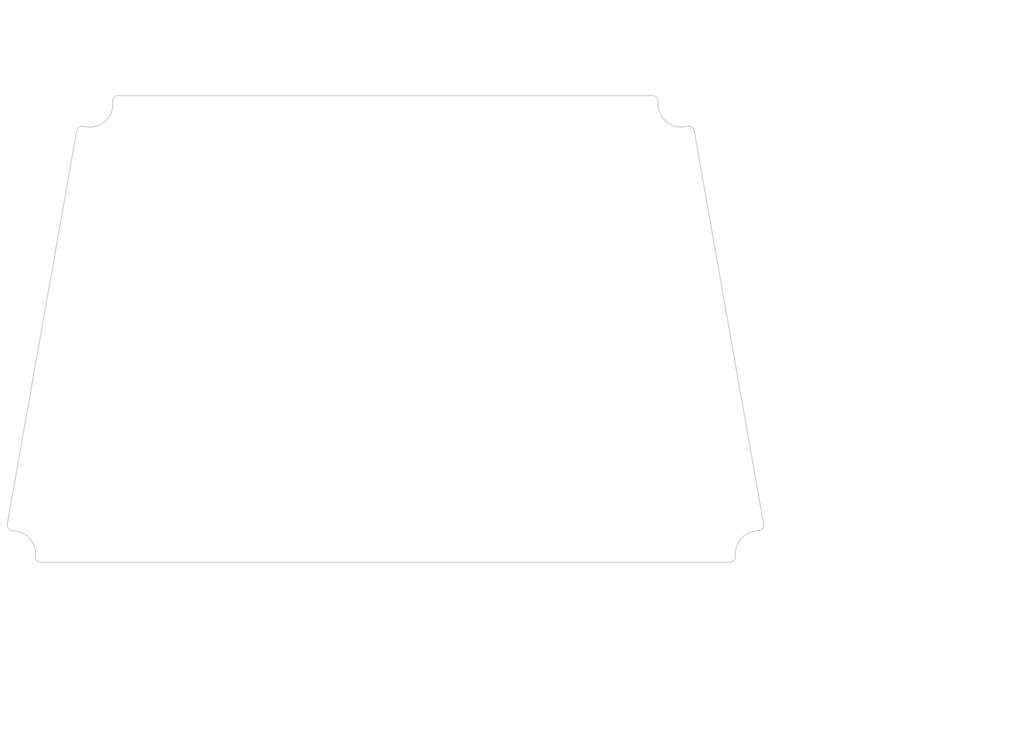
<source format=kicad_pcb>
(kicad_pcb (version 20171130) (host pcbnew "(5.1.0)-1")

  (general
    (thickness 1.6)
    (drawings 69)
    (tracks 0)
    (zones 0)
    (modules 0)
    (nets 1)
  )

  (page A3)
  (layers
    (0 F.Cu signal)
    (31 B.Cu signal)
    (32 B.Adhes user)
    (33 F.Adhes user)
    (34 B.Paste user)
    (35 F.Paste user)
    (36 B.SilkS user)
    (37 F.SilkS user)
    (38 B.Mask user)
    (39 F.Mask user)
    (40 Dwgs.User user)
    (41 Cmts.User user)
    (42 Eco1.User user)
    (43 Eco2.User user)
    (44 Edge.Cuts user)
    (45 Margin user)
    (46 B.CrtYd user)
    (47 F.CrtYd user)
    (48 B.Fab user)
    (49 F.Fab user)
  )

  (setup
    (last_trace_width 0.25)
    (trace_clearance 0.2)
    (zone_clearance 0.508)
    (zone_45_only no)
    (trace_min 0.2)
    (via_size 0.8)
    (via_drill 0.4)
    (via_min_size 0.4)
    (via_min_drill 0.3)
    (uvia_size 0.3)
    (uvia_drill 0.1)
    (uvias_allowed no)
    (uvia_min_size 0.2)
    (uvia_min_drill 0.1)
    (edge_width 0.05)
    (segment_width 0.2)
    (pcb_text_width 0.3)
    (pcb_text_size 1.5 1.5)
    (mod_edge_width 0.12)
    (mod_text_size 1 1)
    (mod_text_width 0.15)
    (pad_size 1.524 1.524)
    (pad_drill 0.762)
    (pad_to_mask_clearance 0.051)
    (solder_mask_min_width 0.25)
    (aux_axis_origin 0 0)
    (visible_elements FFFFFF7F)
    (pcbplotparams
      (layerselection 0x010fc_ffffffff)
      (usegerberextensions false)
      (usegerberattributes false)
      (usegerberadvancedattributes false)
      (creategerberjobfile false)
      (excludeedgelayer true)
      (linewidth 0.152400)
      (plotframeref false)
      (viasonmask false)
      (mode 1)
      (useauxorigin false)
      (hpglpennumber 1)
      (hpglpenspeed 20)
      (hpglpendiameter 15.000000)
      (psnegative false)
      (psa4output false)
      (plotreference true)
      (plotvalue true)
      (plotinvisibletext false)
      (padsonsilk false)
      (subtractmaskfromsilk false)
      (outputformat 1)
      (mirror false)
      (drillshape 1)
      (scaleselection 1)
      (outputdirectory ""))
  )

  (net 0 "")

  (net_class Default "This is the default net class."
    (clearance 0.2)
    (trace_width 0.25)
    (via_dia 0.8)
    (via_drill 0.4)
    (uvia_dia 0.3)
    (uvia_drill 0.1)
  )

  (gr_arc (start 131.131883 97.781698) (end 130.376302 102.066807) (angle -100) (layer Edge.Cuts) (width 0.2))
  (gr_line (start 135.483096 97.178597) (end 135.483096 97.781698) (layer Edge.Cuts) (width 0.2))
  (gr_line (start 237.540669 96.178597) (end 136.483096 96.178597) (layer Edge.Cuts) (width 0.2))
  (gr_line (start 238.540669 97.781698) (end 238.540669 97.178597) (layer Edge.Cuts) (width 0.2))
  (gr_arc (start 242.891883 97.781698) (end 238.540669 97.781698) (angle -100) (layer Edge.Cuts) (width 0.2))
  (gr_line (start 244.2048 101.968533) (end 243.647463 102.066807) (layer Edge.Cuts) (width 0.2))
  (gr_line (start 258.496441 177.261684) (end 245.363256 102.779693) (layer Edge.Cuts) (width 0.2))
  (gr_line (start 256.741302 178.586589) (end 257.685281 178.42014) (layer Edge.Cuts) (width 0.2))
  (gr_arc (start 257.496883 182.871698) (end 256.741302 178.586589) (angle -80) (layer Edge.Cuts) (width 0.2))
  (gr_line (start 253.145669 183.474798) (end 253.145669 182.871698) (layer Edge.Cuts) (width 0.2))
  (gr_line (start 121.878096 184.474798) (end 252.145669 184.474798) (layer Edge.Cuts) (width 0.2))
  (gr_line (start 120.878096 182.871698) (end 120.878096 183.474798) (layer Edge.Cuts) (width 0.2))
  (gr_arc (start 116.526883 182.871698) (end 120.878096 182.871698) (angle -80) (layer Edge.Cuts) (width 0.2))
  (gr_line (start 116.338484 178.42014) (end 117.282463 178.586589) (layer Edge.Cuts) (width 0.2))
  (gr_line (start 128.660509 102.779693) (end 115.527324 177.261684) (layer Edge.Cuts) (width 0.2))
  (gr_line (start 130.376302 102.066807) (end 129.818965 101.968533) (layer Edge.Cuts) (width 0.2))
  (gr_arc (start 136.483096 97.178597) (end 136.483096 96.178597) (angle -90) (layer Edge.Cuts) (width 0.2))
  (gr_arc (start 237.540669 97.178597) (end 238.540669 97.178597) (angle -90) (layer Edge.Cuts) (width 0.2))
  (gr_arc (start 244.378448 102.953341) (end 245.363256 102.779693) (angle -90) (layer Edge.Cuts) (width 0.2))
  (gr_arc (start 257.511633 177.435332) (end 257.685281 178.42014) (angle -90) (layer Edge.Cuts) (width 0.2))
  (gr_arc (start 252.145669 183.474798) (end 252.145669 184.474798) (angle -90) (layer Edge.Cuts) (width 0.2))
  (gr_arc (start 121.878096 183.474798) (end 120.878096 183.474798) (angle -90) (layer Edge.Cuts) (width 0.2))
  (gr_arc (start 116.512132 177.435332) (end 115.527324 177.261684) (angle -90) (layer Edge.Cuts) (width 0.2))
  (gr_arc (start 129.645317 102.953341) (end 129.818965 101.968533) (angle -90) (layer Edge.Cuts) (width 0.2))
  (gr_line (start 121.920268 141.005496) (end 114.255458 184.474798) (layer Dwgs.User) (width 0.2))
  (gr_line (start 186.011883 184.474798) (end 114.255458 184.474798) (layer Dwgs.User) (width 0.2))
  (gr_text [R0.04] (at 269.253486 193.325231) (layer Dwgs.User)
    (effects (font (size 1.7 1.53) (thickness 0.2125)))
  )
  (gr_text " R1.00" (at 269.253486 189.767795) (layer Dwgs.User)
    (effects (font (size 1.7 1.53) (thickness 0.2125)))
  )
  (gr_line (start 262.782715 191.435769) (end 254.54749 185.272368) (layer Dwgs.User) (width 0.2))
  (gr_line (start 264.782715 191.435769) (end 262.782715 191.435769) (layer Dwgs.User) (width 0.2))
  (gr_text 80.0\U+00B0 (at 134.736752 168.640512) (layer Dwgs.User)
    (effects (font (size 1.7 1.53) (thickness 0.2125)))
  )
  (gr_arc (start 114.255458 184.474798) (end 133.331068 166.972538) (angle -33.03551394) (layer Dwgs.User) (width 0.2))
  (gr_arc (start 114.255458 184.474798) (end 140.066579 182.476291) (angle -28.74816902) (layer Dwgs.User) (width 0.2))
  (gr_line (start 121.920268 141.005496) (end 118.199594 162.106489) (layer Dwgs.User) (width 0.2))
  (gr_line (start 186.011883 184.474798) (end 136.968834 184.474798) (layer Dwgs.User) (width 0.2))
  (gr_text [R0.17] (at 238.226283 176.544506) (layer Dwgs.User)
    (effects (font (size 1.7 1.53) (thickness 0.2125)))
  )
  (gr_text " R4.35" (at 238.226283 172.986491) (layer Dwgs.User)
    (effects (font (size 1.7 1.53) (thickness 0.2125)))
  )
  (gr_line (start 244.697054 174.655045) (end 252.152136 179.44072) (layer Dwgs.User) (width 0.2))
  (gr_line (start 242.697054 174.655045) (end 244.697054 174.655045) (layer Dwgs.User) (width 0.2))
  (gr_text [4.58] (at 223.7709 83.267282) (layer Dwgs.User)
    (effects (font (size 1.7 1.53) (thickness 0.2125)))
  )
  (gr_text " 116.36" (at 223.7709 79.709267) (layer Dwgs.User)
    (effects (font (size 1.7 1.53) (thickness 0.2125)))
  )
  (gr_line (start 130.834157 81.377821) (end 219.063567 81.377821) (layer Dwgs.User) (width 0.2))
  (gr_line (start 243.189608 81.377821) (end 228.478233 81.377821) (layer Dwgs.User) (width 0.2))
  (gr_line (start 128.834157 100.794885) (end 128.834157 78.202821) (layer Dwgs.User) (width 0.2))
  (gr_line (start 245.189608 100.794885) (end 245.189608 78.202821) (layer Dwgs.User) (width 0.2))
  (gr_text [5.64] (at 157.875779 214.612299) (layer Dwgs.User)
    (effects (font (size 1.7 1.53) (thickness 0.2125)))
  )
  (gr_text " 143.32" (at 157.875779 211.054284) (layer Dwgs.User)
    (effects (font (size 1.7 1.53) (thickness 0.2125)))
  )
  (gr_line (start 256.670089 212.722838) (end 162.574995 212.722838) (layer Dwgs.User) (width 0.2))
  (gr_line (start 117.353676 212.722838) (end 153.176563 212.722838) (layer Dwgs.User) (width 0.2))
  (gr_line (start 258.670089 179.246491) (end 258.670089 215.897838) (layer Dwgs.User) (width 0.2))
  (gr_line (start 115.353676 179.246491) (end 115.353676 215.897838) (layer Dwgs.User) (width 0.2))
  (gr_text [3.48] (at 303.690997 153.392164) (layer Dwgs.User)
    (effects (font (size 1.7 1.53) (thickness 0.2125)))
  )
  (gr_text " 88.30" (at 303.690997 149.834149) (layer Dwgs.User)
    (effects (font (size 1.7 1.53) (thickness 0.2125)))
  )
  (gr_line (start 303.690997 98.178597) (end 303.690997 147.944688) (layer Dwgs.User) (width 0.2))
  (gr_line (start 303.690997 182.474798) (end 303.690997 155.060718) (layer Dwgs.User) (width 0.2))
  (gr_line (start 239.540669 96.178597) (end 306.865997 96.178597) (layer Dwgs.User) (width 0.2))
  (gr_line (start 254.145669 184.474798) (end 306.865997 184.474798) (layer Dwgs.User) (width 0.2))
  (gr_text [5.21] (at 166.780525 197.69328) (layer Dwgs.User)
    (effects (font (size 1.7 1.53) (thickness 0.2125)))
  )
  (gr_text " 132.27" (at 166.780525 194.135265) (layer Dwgs.User)
    (effects (font (size 1.7 1.53) (thickness 0.2125)))
  )
  (gr_line (start 122.878096 195.803819) (end 162.072612 195.803819) (layer Dwgs.User) (width 0.2))
  (gr_line (start 251.145669 195.803819) (end 171.488438 195.803819) (layer Dwgs.User) (width 0.2))
  (gr_line (start 120.878096 185.474798) (end 120.878096 198.978819) (layer Dwgs.User) (width 0.2))
  (gr_line (start 253.145669 185.474798) (end 253.145669 198.978819) (layer Dwgs.User) (width 0.2))
  (gr_text [4.06] (at 157.96329 93.517052) (layer Dwgs.User)
    (effects (font (size 1.7 1.53) (thickness 0.2125)))
  )
  (gr_text " 103.06" (at 157.96329 89.959037) (layer Dwgs.User)
    (effects (font (size 1.7 1.53) (thickness 0.2125)))
  )
  (gr_line (start 236.540669 91.627591) (end 162.670623 91.627591) (layer Dwgs.User) (width 0.2))
  (gr_line (start 137.483096 91.627591) (end 153.255957 91.627591) (layer Dwgs.User) (width 0.2))
  (gr_line (start 238.540669 95.178597) (end 238.540669 88.452591) (layer Dwgs.User) (width 0.2))
  (gr_line (start 135.483096 95.178597) (end 135.483096 88.452591) (layer Dwgs.User) (width 0.2))

)

</source>
